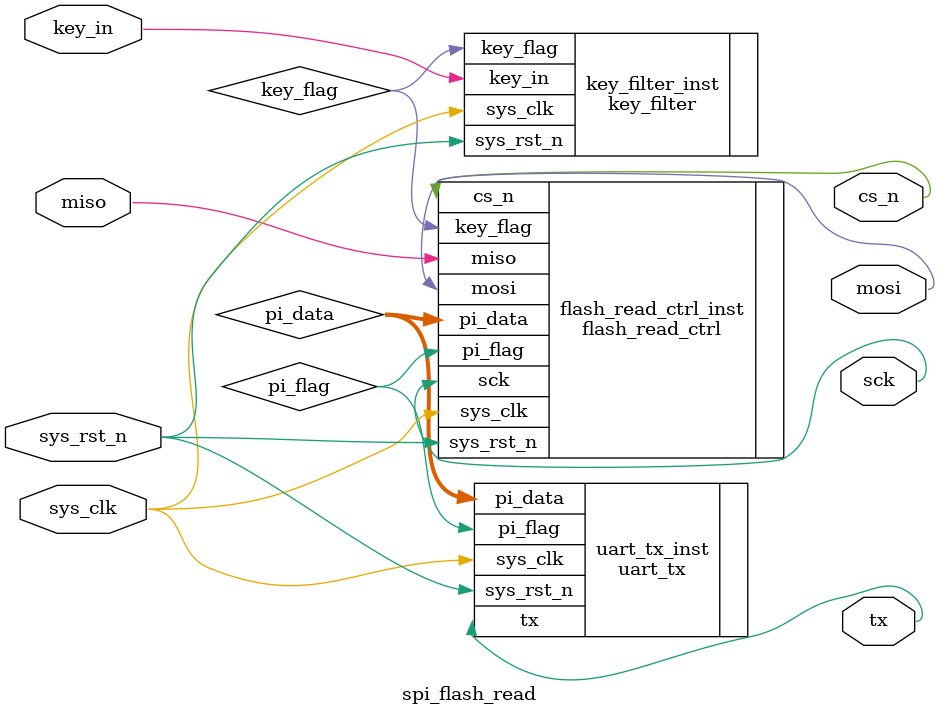
<source format=v>
module  spi_flash_read
(
    input   wire            sys_clk     ,
    input   wire            sys_rst_n   ,
    input   wire            key_in      ,
    input   wire            miso        ,

    output  wire            cs_n        ,
    output  wire            sck         ,
    output  wire            mosi        ,
    output  wire            tx
);

wire    key_flag;
wire    [7:0]   pi_data;
wire            pi_flag;

key_filter
#(
    .CNT_MAX (20'd999_999)
)
key_filter_inst
(
    .sys_clk    (sys_clk),
    .sys_rst_n  (sys_rst_n),
    .key_in     (key_in),

    .key_flag   (key_flag)
);

flash_read_ctrl   flash_read_ctrl_inst
(
    .sys_clk     (sys_clk),
    .sys_rst_n   (sys_rst_n),
    .key_flag    (key_flag),
    .miso        (miso),

    .cs_n        (cs_n),
    .sck         (sck),
    .mosi        (mosi),
    .pi_data     (pi_data),
    .pi_flag     (pi_flag)
);

uart_tx
#(
    .UART_BPS    (9600      ),
    .CLK_FREQ    (50_000_000)
)
uart_tx_inst
(
    .sys_clk     (sys_clk),
    .sys_rst_n   (sys_rst_n),
    .pi_data     (pi_data),
    .pi_flag     (pi_flag),

    .tx          (tx)
);

endmodule

</source>
